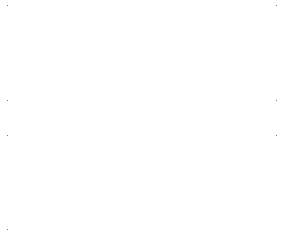
<source format=gbr>
G04 (created by PCBNEW (2013-07-03 BZR 4236)-testing) date Thu 04 Jul 2013 10:30:45 AM CEST*
%MOIN*%
G04 Gerber Fmt 3.4, Leading zero omitted, Abs format*
%FSLAX34Y34*%
G01*
G70*
G90*
G04 APERTURE LIST*
%ADD10C,0.005906*%
%ADD11C,0.000787*%
G04 APERTURE END LIST*
G54D10*
G54D11*
X31510Y-29400D02*
G75*
G03X31510Y-29400I-10J0D01*
G74*
G01*
X31510Y-32550D02*
G75*
G03X31510Y-32550I-10J0D01*
G74*
G01*
X40480Y-29400D02*
G75*
G03X40480Y-29400I-10J0D01*
G74*
G01*
X40480Y-32550D02*
G75*
G03X40480Y-32550I-10J0D01*
G74*
G01*
X40480Y-36880D02*
G75*
G03X40480Y-36880I-10J0D01*
G74*
G01*
X40480Y-33730D02*
G75*
G03X40480Y-33730I-10J0D01*
G74*
G01*
X31510Y-36880D02*
G75*
G03X31510Y-36880I-10J0D01*
G74*
G01*
X31510Y-33730D02*
G75*
G03X31510Y-33730I-10J0D01*
G74*
G01*
M02*

</source>
